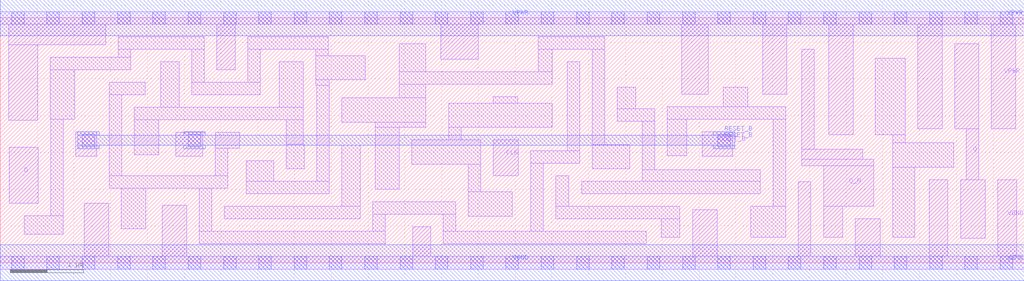
<source format=lef>
# Copyright 2020 The SkyWater PDK Authors
#
# Licensed under the Apache License, Version 2.0 (the "License");
# you may not use this file except in compliance with the License.
# You may obtain a copy of the License at
#
#     https://www.apache.org/licenses/LICENSE-2.0
#
# Unless required by applicable law or agreed to in writing, software
# distributed under the License is distributed on an "AS IS" BASIS,
# WITHOUT WARRANTIES OR CONDITIONS OF ANY KIND, either express or implied.
# See the License for the specific language governing permissions and
# limitations under the License.
#
# SPDX-License-Identifier: Apache-2.0

VERSION 5.7 ;
  NAMESCASESENSITIVE ON ;
  NOWIREEXTENSIONATPIN ON ;
  DIVIDERCHAR "/" ;
  BUSBITCHARS "[]" ;
UNITS
  DATABASE MICRONS 200 ;
END UNITS
MACRO sky130_fd_sc_ls__dfrbp_2
  CLASS CORE ;
  SOURCE USER ;
  FOREIGN sky130_fd_sc_ls__dfrbp_2 ;
  ORIGIN  0.000000  0.000000 ;
  SIZE  13.92000 BY  3.330000 ;
  SYMMETRY X Y R90 ;
  SITE unit ;
  PIN D
    ANTENNAGATEAREA  0.126000 ;
    DIRECTION INPUT ;
    USE SIGNAL ;
    PORT
      LAYER li1 ;
        RECT 0.125000 0.810000 0.515000 1.570000 ;
    END
  END D
  PIN Q
    ANTENNADIFFAREA  0.543200 ;
    DIRECTION OUTPUT ;
    USE SIGNAL ;
    PORT
      LAYER li1 ;
        RECT 12.975000 1.820000 13.305000 2.980000 ;
        RECT 13.060000 0.330000 13.390000 1.130000 ;
        RECT 13.135000 1.130000 13.305000 1.820000 ;
    END
  END Q
  PIN Q_N
    ANTENNADIFFAREA  0.543200 ;
    DIRECTION OUTPUT ;
    USE SIGNAL ;
    PORT
      LAYER li1 ;
        RECT 10.895000 1.320000 11.875000 1.410000 ;
        RECT 10.895000 1.410000 11.725000 1.540000 ;
        RECT 10.895000 1.540000 11.065000 2.900000 ;
        RECT 11.195000 0.350000 11.455000 0.770000 ;
        RECT 11.195000 0.770000 11.875000 1.320000 ;
    END
  END Q_N
  PIN RESET_B
    ANTENNAGATEAREA  0.378000 ;
    DIRECTION INPUT ;
    USE SIGNAL ;
    PORT
      LAYER li1 ;
        RECT 1.025000 1.450000 1.315000 1.780000 ;
        RECT 2.385000 1.445000 2.755000 1.775000 ;
        RECT 9.540000 1.450000 9.955000 1.780000 ;
      LAYER mcon ;
        RECT 1.115000 1.580000 1.285000 1.750000 ;
        RECT 2.555000 1.580000 2.725000 1.750000 ;
        RECT 9.755000 1.580000 9.925000 1.750000 ;
      LAYER met1 ;
        RECT 1.055000 1.550000 1.345000 1.595000 ;
        RECT 1.055000 1.595000 9.985000 1.735000 ;
        RECT 1.055000 1.735000 1.345000 1.780000 ;
        RECT 2.495000 1.550000 2.785000 1.595000 ;
        RECT 2.495000 1.735000 2.785000 1.780000 ;
        RECT 9.695000 1.550000 9.985000 1.595000 ;
        RECT 9.695000 1.735000 9.985000 1.780000 ;
    END
  END RESET_B
  PIN CLK
    ANTENNAGATEAREA  0.279000 ;
    DIRECTION INPUT ;
    USE CLOCK ;
    PORT
      LAYER li1 ;
        RECT 6.705000 1.180000 7.045000 1.670000 ;
    END
  END CLK
  PIN VGND
    DIRECTION INOUT ;
    SHAPE ABUTMENT ;
    USE GROUND ;
    PORT
      LAYER li1 ;
        RECT  0.000000 -0.085000 13.920000 0.085000 ;
        RECT  1.145000  0.085000  1.475000 0.810000 ;
        RECT  2.205000  0.085000  2.535000 0.780000 ;
        RECT  5.605000  0.085000  5.855000 0.490000 ;
        RECT  9.415000  0.085000  9.745000 0.720000 ;
        RECT 10.845000  0.085000 11.015000 1.100000 ;
        RECT 11.625000  0.085000 11.965000 0.600000 ;
        RECT 12.630000  0.085000 12.880000 1.130000 ;
        RECT 13.560000  0.085000 13.820000 1.130000 ;
      LAYER mcon ;
        RECT  0.155000 -0.085000  0.325000 0.085000 ;
        RECT  0.635000 -0.085000  0.805000 0.085000 ;
        RECT  1.115000 -0.085000  1.285000 0.085000 ;
        RECT  1.595000 -0.085000  1.765000 0.085000 ;
        RECT  2.075000 -0.085000  2.245000 0.085000 ;
        RECT  2.555000 -0.085000  2.725000 0.085000 ;
        RECT  3.035000 -0.085000  3.205000 0.085000 ;
        RECT  3.515000 -0.085000  3.685000 0.085000 ;
        RECT  3.995000 -0.085000  4.165000 0.085000 ;
        RECT  4.475000 -0.085000  4.645000 0.085000 ;
        RECT  4.955000 -0.085000  5.125000 0.085000 ;
        RECT  5.435000 -0.085000  5.605000 0.085000 ;
        RECT  5.915000 -0.085000  6.085000 0.085000 ;
        RECT  6.395000 -0.085000  6.565000 0.085000 ;
        RECT  6.875000 -0.085000  7.045000 0.085000 ;
        RECT  7.355000 -0.085000  7.525000 0.085000 ;
        RECT  7.835000 -0.085000  8.005000 0.085000 ;
        RECT  8.315000 -0.085000  8.485000 0.085000 ;
        RECT  8.795000 -0.085000  8.965000 0.085000 ;
        RECT  9.275000 -0.085000  9.445000 0.085000 ;
        RECT  9.755000 -0.085000  9.925000 0.085000 ;
        RECT 10.235000 -0.085000 10.405000 0.085000 ;
        RECT 10.715000 -0.085000 10.885000 0.085000 ;
        RECT 11.195000 -0.085000 11.365000 0.085000 ;
        RECT 11.675000 -0.085000 11.845000 0.085000 ;
        RECT 12.155000 -0.085000 12.325000 0.085000 ;
        RECT 12.635000 -0.085000 12.805000 0.085000 ;
        RECT 13.115000 -0.085000 13.285000 0.085000 ;
        RECT 13.595000 -0.085000 13.765000 0.085000 ;
      LAYER met1 ;
        RECT 0.000000 -0.245000 13.920000 0.245000 ;
    END
  END VGND
  PIN VPWR
    DIRECTION INOUT ;
    SHAPE ABUTMENT ;
    USE POWER ;
    PORT
      LAYER li1 ;
        RECT  0.000000 3.245000 13.920000 3.415000 ;
        RECT  0.115000 1.940000  0.510000 2.965000 ;
        RECT  0.115000 2.965000  1.435000 3.245000 ;
        RECT  2.945000 2.625000  3.195000 3.245000 ;
        RECT  5.990000 2.765000  6.500000 3.245000 ;
        RECT  9.265000 2.290000  9.625000 3.245000 ;
        RECT 10.365000 2.290000 10.695000 3.245000 ;
        RECT 11.265000 1.740000 11.595000 3.245000 ;
        RECT 12.475000 1.820000 12.805000 3.245000 ;
        RECT 13.475000 1.820000 13.805000 3.245000 ;
      LAYER mcon ;
        RECT  0.155000 3.245000  0.325000 3.415000 ;
        RECT  0.635000 3.245000  0.805000 3.415000 ;
        RECT  1.115000 3.245000  1.285000 3.415000 ;
        RECT  1.595000 3.245000  1.765000 3.415000 ;
        RECT  2.075000 3.245000  2.245000 3.415000 ;
        RECT  2.555000 3.245000  2.725000 3.415000 ;
        RECT  3.035000 3.245000  3.205000 3.415000 ;
        RECT  3.515000 3.245000  3.685000 3.415000 ;
        RECT  3.995000 3.245000  4.165000 3.415000 ;
        RECT  4.475000 3.245000  4.645000 3.415000 ;
        RECT  4.955000 3.245000  5.125000 3.415000 ;
        RECT  5.435000 3.245000  5.605000 3.415000 ;
        RECT  5.915000 3.245000  6.085000 3.415000 ;
        RECT  6.395000 3.245000  6.565000 3.415000 ;
        RECT  6.875000 3.245000  7.045000 3.415000 ;
        RECT  7.355000 3.245000  7.525000 3.415000 ;
        RECT  7.835000 3.245000  8.005000 3.415000 ;
        RECT  8.315000 3.245000  8.485000 3.415000 ;
        RECT  8.795000 3.245000  8.965000 3.415000 ;
        RECT  9.275000 3.245000  9.445000 3.415000 ;
        RECT  9.755000 3.245000  9.925000 3.415000 ;
        RECT 10.235000 3.245000 10.405000 3.415000 ;
        RECT 10.715000 3.245000 10.885000 3.415000 ;
        RECT 11.195000 3.245000 11.365000 3.415000 ;
        RECT 11.675000 3.245000 11.845000 3.415000 ;
        RECT 12.155000 3.245000 12.325000 3.415000 ;
        RECT 12.635000 3.245000 12.805000 3.415000 ;
        RECT 13.115000 3.245000 13.285000 3.415000 ;
        RECT 13.595000 3.245000 13.765000 3.415000 ;
      LAYER met1 ;
        RECT 0.000000 3.085000 13.920000 3.575000 ;
    END
  END VPWR
  OBS
    LAYER li1 ;
      RECT  0.325000 0.390000  0.855000 0.640000 ;
      RECT  0.680000 1.950000  1.010000 2.625000 ;
      RECT  0.680000 2.625000  1.775000 2.795000 ;
      RECT  0.685000 0.640000  0.855000 1.950000 ;
      RECT  1.485000 1.015000  3.095000 1.185000 ;
      RECT  1.485000 1.185000  1.655000 2.285000 ;
      RECT  1.485000 2.285000  1.970000 2.455000 ;
      RECT  1.605000 2.795000  1.775000 2.905000 ;
      RECT  1.605000 2.905000  2.775000 3.075000 ;
      RECT  1.645000 0.465000  1.975000 1.015000 ;
      RECT  1.825000 1.470000  2.155000 1.945000 ;
      RECT  1.825000 1.945000  4.120000 2.115000 ;
      RECT  2.185000 2.115000  2.435000 2.735000 ;
      RECT  2.605000 2.285000  3.535000 2.455000 ;
      RECT  2.605000 2.455000  2.775000 2.905000 ;
      RECT  2.705000 0.255000  5.235000 0.425000 ;
      RECT  2.705000 0.425000  2.875000 1.015000 ;
      RECT  2.925000 1.185000  3.095000 1.555000 ;
      RECT  2.925000 1.555000  3.255000 1.775000 ;
      RECT  3.045000 0.595000  4.895000 0.765000 ;
      RECT  3.345000 0.935000  4.475000 1.105000 ;
      RECT  3.345000 1.105000  3.715000 1.385000 ;
      RECT  3.365000 2.455000  3.535000 2.905000 ;
      RECT  3.365000 2.905000  4.460000 3.075000 ;
      RECT  3.790000 2.115000  4.120000 2.735000 ;
      RECT  3.885000 1.275000  4.135000 1.610000 ;
      RECT  3.885000 1.610000  4.120000 1.945000 ;
      RECT  4.290000 2.410000  4.475000 2.485000 ;
      RECT  4.290000 2.485000  4.960000 2.815000 ;
      RECT  4.290000 2.815000  4.460000 2.905000 ;
      RECT  4.305000 1.105000  4.475000 2.410000 ;
      RECT  4.645000 0.765000  4.895000 1.600000 ;
      RECT  4.645000 1.910000  5.785000 2.240000 ;
      RECT  5.065000 0.425000  5.235000 0.660000 ;
      RECT  5.065000 0.660000  6.195000 0.830000 ;
      RECT  5.095000 1.000000  5.425000 1.840000 ;
      RECT  5.095000 1.840000  5.785000 1.910000 ;
      RECT  5.425000 2.240000  5.785000 2.425000 ;
      RECT  5.425000 2.425000  7.505000 2.595000 ;
      RECT  5.425000 2.595000  5.785000 2.980000 ;
      RECT  5.595000 1.340000  6.535000 1.670000 ;
      RECT  6.025000 0.255000  8.780000 0.425000 ;
      RECT  6.025000 0.425000  6.195000 0.660000 ;
      RECT  6.095000 1.670000  6.265000 1.840000 ;
      RECT  6.095000 1.840000  7.505000 2.170000 ;
      RECT  6.365000 0.635000  6.960000 0.965000 ;
      RECT  6.365000 0.965000  6.535000 1.340000 ;
      RECT  6.705000 2.170000  7.035000 2.255000 ;
      RECT  7.215000 0.425000  7.385000 1.355000 ;
      RECT  7.215000 1.355000  7.880000 1.525000 ;
      RECT  7.315000 2.595000  7.505000 2.905000 ;
      RECT  7.315000 2.905000  8.220000 3.075000 ;
      RECT  7.555000 0.595000  9.235000 0.765000 ;
      RECT  7.555000 0.765000  7.725000 1.185000 ;
      RECT  7.710000 1.525000  7.880000 2.735000 ;
      RECT  7.905000 0.935000 10.335000 1.105000 ;
      RECT  8.050000 1.275000  8.555000 1.605000 ;
      RECT  8.050000 1.605000  8.220000 2.905000 ;
      RECT  8.390000 1.925000  8.895000 2.095000 ;
      RECT  8.390000 2.095000  8.640000 2.385000 ;
      RECT  8.725000 1.105000 10.335000 1.265000 ;
      RECT  8.725000 1.265000  8.895000 1.925000 ;
      RECT  8.985000 0.350000  9.235000 0.595000 ;
      RECT  9.065000 1.455000  9.330000 1.950000 ;
      RECT  9.065000 1.950000 10.675000 2.120000 ;
      RECT  9.830000 2.120000 10.160000 2.385000 ;
      RECT 10.205000 0.350000 10.675000 0.765000 ;
      RECT 10.505000 0.765000 10.675000 1.950000 ;
      RECT 11.895000 1.740000 12.305000 2.780000 ;
      RECT 12.135000 0.350000 12.430000 1.300000 ;
      RECT 12.135000 1.300000 12.965000 1.630000 ;
      RECT 12.135000 1.630000 12.305000 1.740000 ;
  END
END sky130_fd_sc_ls__dfrbp_2

</source>
